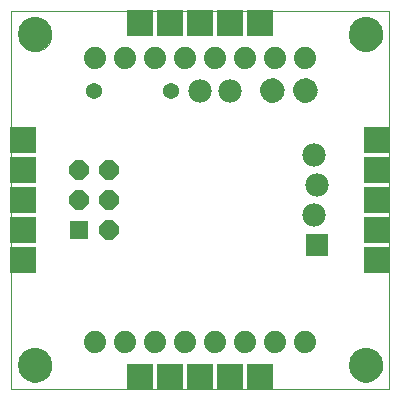
<source format=gbs>
G75*
G70*
%OFA0B0*%
%FSLAX24Y24*%
%IPPOS*%
%LPD*%
%AMOC8*
5,1,8,0,0,1.08239X$1,22.5*
%
%ADD10C,0.0000*%
%ADD11C,0.1142*%
%ADD12C,0.0740*%
%ADD13C,0.0540*%
%ADD14C,0.0050*%
%ADD15R,0.0640X0.0640*%
%ADD16OC8,0.0640*%
%ADD17R,0.0900X0.0900*%
%ADD18R,0.0780X0.0780*%
%ADD19C,0.0780*%
D10*
X000156Y000156D02*
X012755Y000156D01*
X012755Y012755D01*
X000156Y012755D01*
X000156Y000156D01*
X000393Y000944D02*
X000395Y000991D01*
X000401Y001037D01*
X000411Y001083D01*
X000424Y001128D01*
X000442Y001171D01*
X000463Y001213D01*
X000487Y001253D01*
X000515Y001290D01*
X000546Y001325D01*
X000580Y001358D01*
X000616Y001387D01*
X000655Y001413D01*
X000696Y001436D01*
X000739Y001455D01*
X000783Y001471D01*
X000828Y001483D01*
X000874Y001491D01*
X000921Y001495D01*
X000967Y001495D01*
X001014Y001491D01*
X001060Y001483D01*
X001105Y001471D01*
X001149Y001455D01*
X001192Y001436D01*
X001233Y001413D01*
X001272Y001387D01*
X001308Y001358D01*
X001342Y001325D01*
X001373Y001290D01*
X001401Y001253D01*
X001425Y001213D01*
X001446Y001171D01*
X001464Y001128D01*
X001477Y001083D01*
X001487Y001037D01*
X001493Y000991D01*
X001495Y000944D01*
X001493Y000897D01*
X001487Y000851D01*
X001477Y000805D01*
X001464Y000760D01*
X001446Y000717D01*
X001425Y000675D01*
X001401Y000635D01*
X001373Y000598D01*
X001342Y000563D01*
X001308Y000530D01*
X001272Y000501D01*
X001233Y000475D01*
X001192Y000452D01*
X001149Y000433D01*
X001105Y000417D01*
X001060Y000405D01*
X001014Y000397D01*
X000967Y000393D01*
X000921Y000393D01*
X000874Y000397D01*
X000828Y000405D01*
X000783Y000417D01*
X000739Y000433D01*
X000696Y000452D01*
X000655Y000475D01*
X000616Y000501D01*
X000580Y000530D01*
X000546Y000563D01*
X000515Y000598D01*
X000487Y000635D01*
X000463Y000675D01*
X000442Y000717D01*
X000424Y000760D01*
X000411Y000805D01*
X000401Y000851D01*
X000395Y000897D01*
X000393Y000944D01*
X000393Y011967D02*
X000395Y012014D01*
X000401Y012060D01*
X000411Y012106D01*
X000424Y012151D01*
X000442Y012194D01*
X000463Y012236D01*
X000487Y012276D01*
X000515Y012313D01*
X000546Y012348D01*
X000580Y012381D01*
X000616Y012410D01*
X000655Y012436D01*
X000696Y012459D01*
X000739Y012478D01*
X000783Y012494D01*
X000828Y012506D01*
X000874Y012514D01*
X000921Y012518D01*
X000967Y012518D01*
X001014Y012514D01*
X001060Y012506D01*
X001105Y012494D01*
X001149Y012478D01*
X001192Y012459D01*
X001233Y012436D01*
X001272Y012410D01*
X001308Y012381D01*
X001342Y012348D01*
X001373Y012313D01*
X001401Y012276D01*
X001425Y012236D01*
X001446Y012194D01*
X001464Y012151D01*
X001477Y012106D01*
X001487Y012060D01*
X001493Y012014D01*
X001495Y011967D01*
X001493Y011920D01*
X001487Y011874D01*
X001477Y011828D01*
X001464Y011783D01*
X001446Y011740D01*
X001425Y011698D01*
X001401Y011658D01*
X001373Y011621D01*
X001342Y011586D01*
X001308Y011553D01*
X001272Y011524D01*
X001233Y011498D01*
X001192Y011475D01*
X001149Y011456D01*
X001105Y011440D01*
X001060Y011428D01*
X001014Y011420D01*
X000967Y011416D01*
X000921Y011416D01*
X000874Y011420D01*
X000828Y011428D01*
X000783Y011440D01*
X000739Y011456D01*
X000696Y011475D01*
X000655Y011498D01*
X000616Y011524D01*
X000580Y011553D01*
X000546Y011586D01*
X000515Y011621D01*
X000487Y011658D01*
X000463Y011698D01*
X000442Y011740D01*
X000424Y011783D01*
X000411Y011828D01*
X000401Y011874D01*
X000395Y011920D01*
X000393Y011967D01*
X011416Y011967D02*
X011418Y012014D01*
X011424Y012060D01*
X011434Y012106D01*
X011447Y012151D01*
X011465Y012194D01*
X011486Y012236D01*
X011510Y012276D01*
X011538Y012313D01*
X011569Y012348D01*
X011603Y012381D01*
X011639Y012410D01*
X011678Y012436D01*
X011719Y012459D01*
X011762Y012478D01*
X011806Y012494D01*
X011851Y012506D01*
X011897Y012514D01*
X011944Y012518D01*
X011990Y012518D01*
X012037Y012514D01*
X012083Y012506D01*
X012128Y012494D01*
X012172Y012478D01*
X012215Y012459D01*
X012256Y012436D01*
X012295Y012410D01*
X012331Y012381D01*
X012365Y012348D01*
X012396Y012313D01*
X012424Y012276D01*
X012448Y012236D01*
X012469Y012194D01*
X012487Y012151D01*
X012500Y012106D01*
X012510Y012060D01*
X012516Y012014D01*
X012518Y011967D01*
X012516Y011920D01*
X012510Y011874D01*
X012500Y011828D01*
X012487Y011783D01*
X012469Y011740D01*
X012448Y011698D01*
X012424Y011658D01*
X012396Y011621D01*
X012365Y011586D01*
X012331Y011553D01*
X012295Y011524D01*
X012256Y011498D01*
X012215Y011475D01*
X012172Y011456D01*
X012128Y011440D01*
X012083Y011428D01*
X012037Y011420D01*
X011990Y011416D01*
X011944Y011416D01*
X011897Y011420D01*
X011851Y011428D01*
X011806Y011440D01*
X011762Y011456D01*
X011719Y011475D01*
X011678Y011498D01*
X011639Y011524D01*
X011603Y011553D01*
X011569Y011586D01*
X011538Y011621D01*
X011510Y011658D01*
X011486Y011698D01*
X011465Y011740D01*
X011447Y011783D01*
X011434Y011828D01*
X011424Y011874D01*
X011418Y011920D01*
X011416Y011967D01*
X011416Y000944D02*
X011418Y000991D01*
X011424Y001037D01*
X011434Y001083D01*
X011447Y001128D01*
X011465Y001171D01*
X011486Y001213D01*
X011510Y001253D01*
X011538Y001290D01*
X011569Y001325D01*
X011603Y001358D01*
X011639Y001387D01*
X011678Y001413D01*
X011719Y001436D01*
X011762Y001455D01*
X011806Y001471D01*
X011851Y001483D01*
X011897Y001491D01*
X011944Y001495D01*
X011990Y001495D01*
X012037Y001491D01*
X012083Y001483D01*
X012128Y001471D01*
X012172Y001455D01*
X012215Y001436D01*
X012256Y001413D01*
X012295Y001387D01*
X012331Y001358D01*
X012365Y001325D01*
X012396Y001290D01*
X012424Y001253D01*
X012448Y001213D01*
X012469Y001171D01*
X012487Y001128D01*
X012500Y001083D01*
X012510Y001037D01*
X012516Y000991D01*
X012518Y000944D01*
X012516Y000897D01*
X012510Y000851D01*
X012500Y000805D01*
X012487Y000760D01*
X012469Y000717D01*
X012448Y000675D01*
X012424Y000635D01*
X012396Y000598D01*
X012365Y000563D01*
X012331Y000530D01*
X012295Y000501D01*
X012256Y000475D01*
X012215Y000452D01*
X012172Y000433D01*
X012128Y000417D01*
X012083Y000405D01*
X012037Y000397D01*
X011990Y000393D01*
X011944Y000393D01*
X011897Y000397D01*
X011851Y000405D01*
X011806Y000417D01*
X011762Y000433D01*
X011719Y000452D01*
X011678Y000475D01*
X011639Y000501D01*
X011603Y000530D01*
X011569Y000563D01*
X011538Y000598D01*
X011510Y000635D01*
X011486Y000675D01*
X011465Y000717D01*
X011447Y000760D01*
X011434Y000805D01*
X011424Y000851D01*
X011418Y000897D01*
X011416Y000944D01*
D11*
X011967Y000944D03*
X000944Y000944D03*
X000944Y011967D03*
X011967Y011967D03*
D12*
X009956Y011180D03*
X008956Y011180D03*
X007956Y011180D03*
X006956Y011180D03*
X005956Y011180D03*
X004956Y011180D03*
X003956Y011180D03*
X002956Y011180D03*
X002956Y001731D03*
X003956Y001731D03*
X004956Y001731D03*
X005956Y001731D03*
X006956Y001731D03*
X007956Y001731D03*
X008956Y001731D03*
X009956Y001731D03*
D13*
X005471Y010097D03*
X002912Y010097D03*
D14*
X008485Y010105D02*
X008490Y010039D01*
X008506Y009975D01*
X008533Y009915D01*
X008570Y009860D01*
X008617Y009813D01*
X008670Y009774D01*
X008730Y009745D01*
X008793Y009727D01*
X008859Y009720D01*
X008925Y009727D01*
X008989Y009745D01*
X009048Y009773D01*
X009102Y009812D01*
X009148Y009859D01*
X009186Y009914D01*
X009213Y009974D01*
X009229Y010038D01*
X009234Y010104D01*
X009228Y010169D01*
X009210Y010231D01*
X009182Y010289D01*
X009144Y010342D01*
X009098Y010387D01*
X009044Y010423D01*
X008985Y010450D01*
X008923Y010466D01*
X008858Y010470D01*
X008786Y010464D01*
X008717Y010444D01*
X008653Y010410D01*
X008596Y010365D01*
X008550Y010310D01*
X008515Y010246D01*
X008493Y010177D01*
X008485Y010105D01*
X008486Y010099D02*
X009234Y010099D01*
X009230Y010147D02*
X008490Y010147D01*
X008499Y010196D02*
X009220Y010196D01*
X009204Y010244D02*
X008514Y010244D01*
X008540Y010293D02*
X009179Y010293D01*
X009144Y010341D02*
X008576Y010341D01*
X008627Y010390D02*
X009093Y010390D01*
X009010Y010438D02*
X008706Y010438D01*
X008489Y010050D02*
X009230Y010050D01*
X009220Y010002D02*
X008499Y010002D01*
X008516Y009953D02*
X009203Y009953D01*
X009179Y009905D02*
X008540Y009905D01*
X008574Y009856D02*
X009146Y009856D01*
X009096Y009808D02*
X008623Y009808D01*
X008700Y009759D02*
X009019Y009759D01*
X009608Y009975D02*
X009635Y009915D01*
X009672Y009860D01*
X009719Y009813D01*
X009772Y009774D01*
X009832Y009745D01*
X009895Y009727D01*
X009961Y009720D01*
X010027Y009727D01*
X010091Y009745D01*
X010150Y009773D01*
X010204Y009812D01*
X010250Y009859D01*
X010288Y009914D01*
X010315Y009974D01*
X010331Y010038D01*
X010336Y010104D01*
X010330Y010169D01*
X010312Y010231D01*
X010284Y010289D01*
X010246Y010342D01*
X010200Y010387D01*
X010146Y010423D01*
X010087Y010450D01*
X010025Y010466D01*
X009960Y010470D01*
X009888Y010464D01*
X009819Y010444D01*
X009755Y010410D01*
X009698Y010365D01*
X009652Y010310D01*
X009617Y010246D01*
X009595Y010177D01*
X009587Y010105D01*
X009592Y010039D01*
X009608Y009975D01*
X009618Y009953D02*
X010305Y009953D01*
X010322Y010002D02*
X009602Y010002D01*
X009591Y010050D02*
X010332Y010050D01*
X010336Y010099D02*
X009588Y010099D01*
X009592Y010147D02*
X010332Y010147D01*
X010322Y010196D02*
X009601Y010196D01*
X009616Y010244D02*
X010306Y010244D01*
X010281Y010293D02*
X009642Y010293D01*
X009678Y010341D02*
X010246Y010341D01*
X010195Y010390D02*
X009729Y010390D01*
X009808Y010438D02*
X010112Y010438D01*
X010281Y009905D02*
X009642Y009905D01*
X009676Y009856D02*
X010248Y009856D01*
X010198Y009808D02*
X009725Y009808D01*
X009802Y009759D02*
X010121Y009759D01*
D15*
X002412Y005456D03*
D16*
X002412Y006456D03*
X002412Y007456D03*
X003412Y007456D03*
X003412Y006456D03*
X003412Y005456D03*
D17*
X000550Y005456D03*
X000550Y006456D03*
X000550Y007456D03*
X000550Y008456D03*
X004456Y012361D03*
X005456Y012361D03*
X006456Y012361D03*
X007456Y012361D03*
X008456Y012361D03*
X012361Y008456D03*
X012361Y007456D03*
X012361Y006456D03*
X012361Y005456D03*
X012361Y004456D03*
X008456Y000550D03*
X007456Y000550D03*
X006456Y000550D03*
X005456Y000550D03*
X004456Y000550D03*
X000550Y004456D03*
D18*
X010364Y004959D03*
D19*
X010264Y005959D03*
X010364Y006959D03*
X010264Y007959D03*
X007456Y010097D03*
X006456Y010097D03*
M02*

</source>
